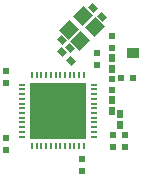
<source format=gtp>
%FSLAX24Y24*%
%MOIN*%
G70*
G01*
G75*
G04 Layer_Color=8421504*
%ADD10R,0.0197X0.0256*%
%ADD11R,0.0197X0.0236*%
%ADD12R,0.0236X0.0197*%
%ADD13R,0.0400X0.0370*%
G04:AMPARAMS|DCode=14|XSize=47.2mil|YSize=43.3mil|CornerRadius=0mil|HoleSize=0mil|Usage=FLASHONLY|Rotation=225.000|XOffset=0mil|YOffset=0mil|HoleType=Round|Shape=Rectangle|*
%AMROTATEDRECTD14*
4,1,4,0.0014,0.0320,0.0320,0.0014,-0.0014,-0.0320,-0.0320,-0.0014,0.0014,0.0320,0.0*
%
%ADD14ROTATEDRECTD14*%

%ADD15O,0.0256X0.0079*%
%ADD16O,0.0079X0.0256*%
%ADD17R,0.1850X0.1850*%
%ADD18R,0.0217X0.0236*%
G04:AMPARAMS|DCode=19|XSize=19.7mil|YSize=23.6mil|CornerRadius=0mil|HoleSize=0mil|Usage=FLASHONLY|Rotation=225.000|XOffset=0mil|YOffset=0mil|HoleType=Round|Shape=Rectangle|*
%AMROTATEDRECTD19*
4,1,4,-0.0014,0.0153,0.0153,-0.0014,0.0014,-0.0153,-0.0153,0.0014,-0.0014,0.0153,0.0*
%
%ADD19ROTATEDRECTD19*%

%ADD20C,0.0080*%
%ADD21C,0.0370*%
%ADD22C,0.0090*%
%ADD23C,0.0060*%
%ADD24C,0.0240*%
%ADD25C,0.0260*%
%ADD26C,0.0098*%
%ADD27C,0.0079*%
%ADD28C,0.0050*%
D10*
X1790Y1767D02*
D03*
Y1393D02*
D03*
X2070Y-103D02*
D03*
Y-477D02*
D03*
X1790Y347D02*
D03*
Y-27D02*
D03*
D11*
Y2487D02*
D03*
Y2093D02*
D03*
Y1067D02*
D03*
Y673D02*
D03*
X2220Y-1197D02*
D03*
Y-803D02*
D03*
X1840D02*
D03*
Y-1197D02*
D03*
X-1720Y-923D02*
D03*
Y-1317D02*
D03*
X1290Y1523D02*
D03*
Y1917D02*
D03*
X-1720Y921D02*
D03*
Y1315D02*
D03*
D12*
X2497Y1090D02*
D03*
X2103D02*
D03*
D13*
X2510Y1924D02*
D03*
D14*
X1221Y2782D02*
D03*
X832Y3171D02*
D03*
X748Y2308D02*
D03*
X358Y2698D02*
D03*
D15*
X-1191Y866D02*
D03*
Y709D02*
D03*
Y551D02*
D03*
Y394D02*
D03*
Y236D02*
D03*
Y79D02*
D03*
Y-79D02*
D03*
Y-236D02*
D03*
Y-394D02*
D03*
Y-551D02*
D03*
Y-709D02*
D03*
Y-866D02*
D03*
X1191D02*
D03*
Y-709D02*
D03*
Y-551D02*
D03*
Y-394D02*
D03*
Y-236D02*
D03*
Y-79D02*
D03*
Y79D02*
D03*
Y236D02*
D03*
Y394D02*
D03*
Y551D02*
D03*
Y709D02*
D03*
Y866D02*
D03*
D16*
X-866Y-1191D02*
D03*
X-709D02*
D03*
X-551D02*
D03*
X-394D02*
D03*
X-236D02*
D03*
X-79D02*
D03*
X79D02*
D03*
X236D02*
D03*
X394D02*
D03*
X551D02*
D03*
X709D02*
D03*
X866D02*
D03*
Y1191D02*
D03*
X709D02*
D03*
X551D02*
D03*
X394D02*
D03*
X236D02*
D03*
X79D02*
D03*
X-79D02*
D03*
X-236D02*
D03*
X-394D02*
D03*
X-551D02*
D03*
X-709D02*
D03*
X-866D02*
D03*
D17*
X-0Y0D02*
D03*
D18*
X810Y-1623D02*
D03*
Y-2017D02*
D03*
D19*
X429Y1661D02*
D03*
X151Y1939D02*
D03*
X409Y2081D02*
D03*
X131Y2359D02*
D03*
X1181Y3409D02*
D03*
X1459Y3131D02*
D03*
M02*

</source>
